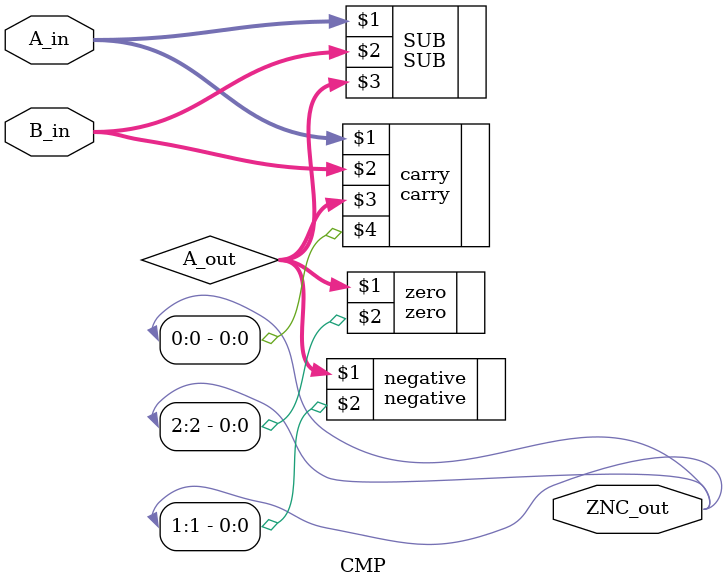
<source format=v>

module CMP (A_in, B_in, ZNC_out);

    // I/O
    input [15:0]A_in, B_in;
    output [2:0]ZNC_out;

    // Subtraction for comparison
    wire [15:0]A_out;
    SUB SUB(A_in,B_in,A_out);

    // ZNC bit handlers
    zero zero(A_out,ZNC_out[2]);
    negative negative(A_out,ZNC_out[1]);
    carry carry(A_in,B_in,A_out,ZNC_out[0]);

endmodule
</source>
